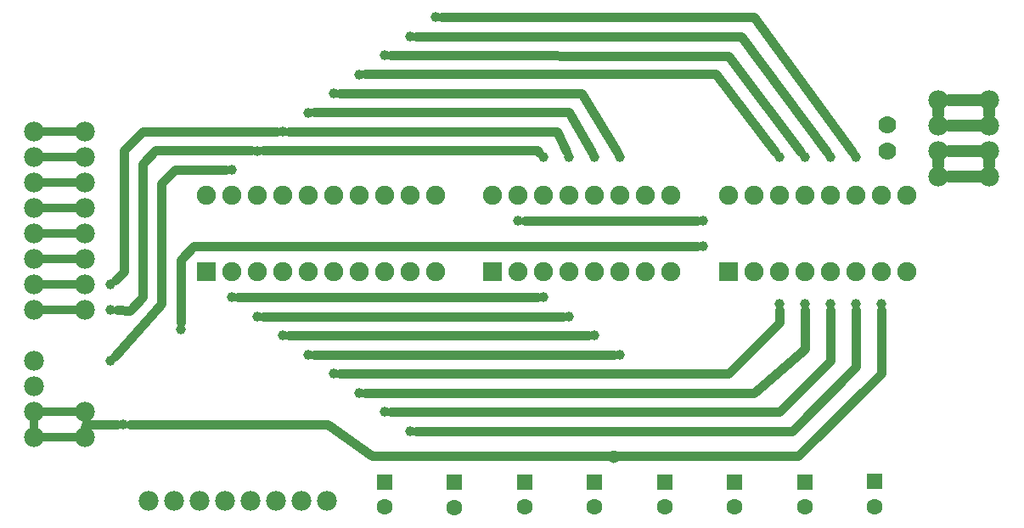
<source format=gtl>
G04 MADE WITH FRITZING*
G04 WWW.FRITZING.ORG*
G04 DOUBLE SIDED*
G04 HOLES PLATED*
G04 CONTOUR ON CENTER OF CONTOUR VECTOR*
%ASAXBY*%
%FSLAX23Y23*%
%MOIN*%
%OFA0B0*%
%SFA1.0B1.0*%
%ADD10C,0.039370*%
%ADD11C,0.078000*%
%ADD12C,0.070000*%
%ADD13C,0.062992*%
%ADD14C,0.051181*%
%ADD15C,0.075000*%
%ADD16R,0.062992X0.062992*%
%ADD17R,0.075000X0.075000*%
%ADD18C,0.048000*%
%ADD19C,0.032000*%
%ADD20C,0.038000*%
%ADD21C,0.024000*%
%LNCOPPER1*%
G90*
G70*
G54D10*
X388Y962D03*
X388Y861D03*
X3413Y886D03*
G54D11*
X3838Y1686D03*
X3638Y1686D03*
X3838Y1386D03*
X3638Y1386D03*
G54D12*
X3438Y1587D03*
X3438Y1486D03*
G54D13*
X3388Y188D03*
X3388Y89D03*
X3113Y186D03*
X3113Y88D03*
X2838Y186D03*
X2838Y88D03*
X2563Y186D03*
X2563Y88D03*
X2288Y186D03*
X2288Y88D03*
X2013Y186D03*
X2013Y88D03*
X1738Y185D03*
X1738Y86D03*
X1463Y186D03*
X1463Y88D03*
G54D10*
X863Y911D03*
X2088Y911D03*
X963Y836D03*
X2188Y836D03*
X2288Y761D03*
X1063Y761D03*
X2388Y686D03*
X1163Y686D03*
X3013Y886D03*
X1263Y611D03*
X3113Y886D03*
X1363Y536D03*
X3213Y886D03*
X1463Y461D03*
X3313Y886D03*
X1563Y386D03*
X2088Y1461D03*
X963Y1486D03*
X2188Y1461D03*
X1063Y1561D03*
X2288Y1461D03*
X1163Y1636D03*
X2388Y1461D03*
X1263Y1711D03*
X3013Y1461D03*
X1363Y1786D03*
X3113Y1461D03*
X1463Y1861D03*
X3213Y1461D03*
X1563Y1936D03*
X3313Y1461D03*
X1663Y2011D03*
X863Y1411D03*
G54D11*
X3838Y1586D03*
X3838Y1486D03*
X3638Y1586D03*
X3638Y1486D03*
G54D14*
X2363Y286D03*
G54D10*
X438Y411D03*
X663Y786D03*
X2713Y1111D03*
X1988Y1211D03*
X2713Y1211D03*
X388Y661D03*
G54D11*
X538Y111D03*
X638Y111D03*
X738Y111D03*
X838Y111D03*
X938Y111D03*
X1038Y111D03*
X1138Y111D03*
X1238Y111D03*
G54D15*
X763Y1011D03*
X763Y1311D03*
X863Y1011D03*
X863Y1311D03*
X963Y1011D03*
X963Y1311D03*
X1063Y1011D03*
X1063Y1311D03*
X1163Y1011D03*
X1163Y1311D03*
X1263Y1011D03*
X1263Y1311D03*
X1363Y1011D03*
X1363Y1311D03*
X1463Y1011D03*
X1463Y1311D03*
X1563Y1011D03*
X1563Y1311D03*
X1663Y1011D03*
X1663Y1311D03*
X1888Y1011D03*
X1888Y1311D03*
X1988Y1011D03*
X1988Y1311D03*
X2088Y1011D03*
X2088Y1311D03*
X2188Y1011D03*
X2188Y1311D03*
X2288Y1011D03*
X2288Y1311D03*
X2388Y1011D03*
X2388Y1311D03*
X2488Y1011D03*
X2488Y1311D03*
X2588Y1011D03*
X2588Y1311D03*
X2813Y1011D03*
X2813Y1311D03*
X2913Y1011D03*
X2913Y1311D03*
X3013Y1011D03*
X3013Y1311D03*
X3113Y1011D03*
X3113Y1311D03*
X3213Y1011D03*
X3213Y1311D03*
X3313Y1011D03*
X3313Y1311D03*
X3413Y1011D03*
X3413Y1311D03*
X3513Y1011D03*
X3513Y1311D03*
G54D11*
X88Y561D03*
X88Y361D03*
X288Y361D03*
X88Y461D03*
X288Y461D03*
X88Y861D03*
X88Y961D03*
X88Y1061D03*
X88Y1161D03*
X88Y1261D03*
X88Y1361D03*
X88Y1461D03*
X88Y1561D03*
X288Y861D03*
X288Y961D03*
X288Y1061D03*
X288Y1161D03*
X288Y1261D03*
X288Y1361D03*
X288Y1461D03*
X288Y1561D03*
X88Y661D03*
G54D16*
X3388Y188D03*
X3113Y186D03*
X2838Y186D03*
X2563Y186D03*
X2288Y186D03*
X2013Y186D03*
X1738Y185D03*
X1463Y186D03*
G54D17*
X763Y1011D03*
X1888Y1011D03*
X2813Y1011D03*
G54D18*
X3638Y1628D02*
X3638Y1645D01*
D02*
X3838Y1428D02*
X3838Y1445D01*
D02*
X3638Y1428D02*
X3638Y1445D01*
D02*
X3797Y1386D02*
X3679Y1386D01*
D02*
X3797Y1486D02*
X3679Y1486D01*
D02*
X3797Y1586D02*
X3679Y1586D01*
D02*
X3838Y1628D02*
X3838Y1645D01*
D02*
X3797Y1686D02*
X3679Y1686D01*
G54D19*
D02*
X253Y1261D02*
X124Y1261D01*
D02*
X253Y1361D02*
X124Y1361D01*
D02*
X253Y1461D02*
X124Y1461D01*
D02*
X253Y1561D02*
X124Y1561D01*
G54D20*
D02*
X289Y411D02*
X288Y397D01*
D02*
X414Y411D02*
X289Y411D01*
G54D19*
D02*
X88Y397D02*
X88Y426D01*
G54D21*
D02*
X288Y392D02*
X288Y431D01*
G54D19*
D02*
X253Y361D02*
X124Y361D01*
D02*
X253Y461D02*
X124Y461D01*
D02*
X253Y861D02*
X124Y861D01*
D02*
X253Y961D02*
X124Y961D01*
D02*
X253Y1061D02*
X124Y1061D01*
D02*
X253Y1161D02*
X124Y1161D01*
G54D20*
D02*
X439Y1011D02*
X406Y979D01*
D02*
X439Y1487D02*
X439Y1011D01*
D02*
X512Y1562D02*
X439Y1487D01*
D02*
X1039Y1562D02*
X512Y1562D01*
D02*
X512Y1436D02*
X564Y1487D01*
D02*
X512Y912D02*
X512Y1436D01*
D02*
X463Y860D02*
X512Y912D01*
D02*
X413Y861D02*
X463Y860D01*
D02*
X564Y1487D02*
X939Y1487D01*
D02*
X3087Y288D02*
X3412Y612D01*
D02*
X3412Y612D02*
X3413Y862D01*
D02*
X2382Y287D02*
X3087Y288D01*
D02*
X3013Y812D02*
X3013Y862D01*
D02*
X2814Y613D02*
X3013Y812D01*
D02*
X1288Y612D02*
X2814Y613D01*
D02*
X1188Y686D02*
X2364Y686D01*
D02*
X1088Y761D02*
X2264Y761D01*
D02*
X2064Y911D02*
X888Y911D01*
D02*
X2164Y836D02*
X988Y836D01*
D02*
X3314Y637D02*
X3313Y862D01*
D02*
X3064Y385D02*
X3314Y637D01*
D02*
X1588Y386D02*
X3064Y385D01*
D02*
X3212Y661D02*
X3213Y862D01*
D02*
X3012Y461D02*
X3212Y661D01*
D02*
X1488Y461D02*
X3012Y461D01*
D02*
X3113Y710D02*
X3113Y862D01*
D02*
X2914Y536D02*
X3113Y710D01*
D02*
X1388Y536D02*
X2914Y536D01*
D02*
X2237Y1713D02*
X2376Y1483D01*
D02*
X1288Y1712D02*
X2237Y1713D01*
D02*
X2188Y1637D02*
X2276Y1483D01*
D02*
X1188Y1637D02*
X2188Y1637D01*
D02*
X2139Y1562D02*
X2177Y1484D01*
D02*
X1088Y1562D02*
X2139Y1562D01*
D02*
X2064Y1487D02*
X2071Y1479D01*
D02*
X988Y1487D02*
X2064Y1487D01*
D02*
X1588Y1936D02*
X2864Y1936D01*
D02*
X2813Y1860D02*
X3098Y1481D01*
D02*
X1488Y1861D02*
X2813Y1860D01*
D02*
X2763Y1788D02*
X2998Y1481D01*
D02*
X1388Y1787D02*
X2763Y1788D01*
D02*
X587Y886D02*
X587Y1360D01*
D02*
X404Y680D02*
X587Y886D01*
D02*
X587Y1360D02*
X639Y1412D01*
D02*
X639Y1412D02*
X839Y1412D01*
D02*
X2914Y2011D02*
X3299Y1481D01*
D02*
X1688Y2011D02*
X2914Y2011D01*
D02*
X2864Y1936D02*
X3199Y1481D01*
D02*
X1414Y288D02*
X2345Y287D01*
D02*
X1239Y411D02*
X1414Y288D01*
D02*
X463Y411D02*
X1239Y411D01*
D02*
X2013Y1211D02*
X2689Y1211D01*
D02*
X713Y1112D02*
X2689Y1111D01*
D02*
X664Y1060D02*
X713Y1112D01*
D02*
X663Y811D02*
X664Y1060D01*
G04 End of Copper1*
M02*
</source>
